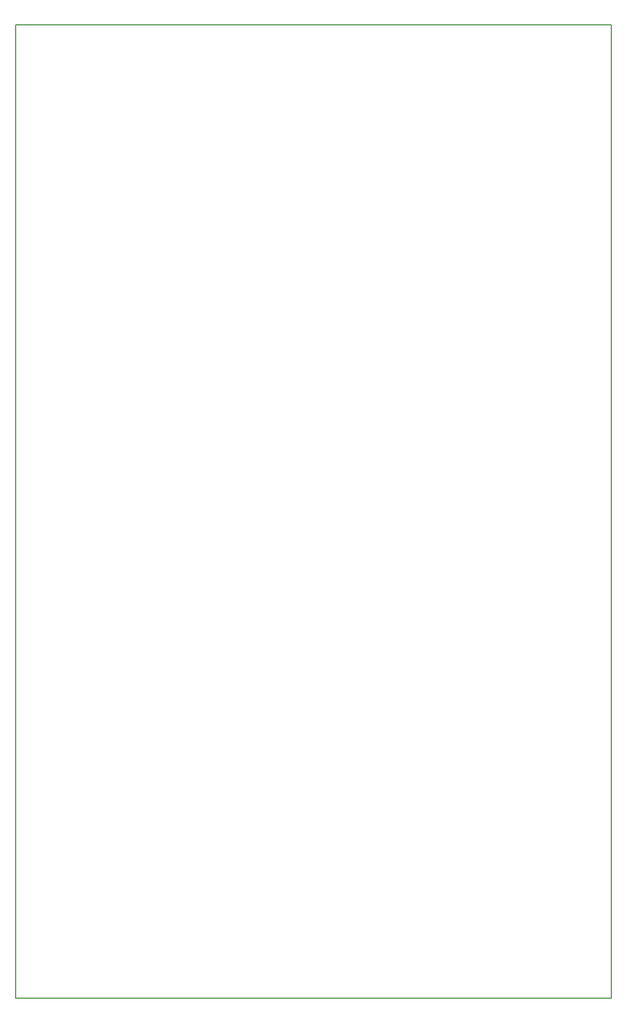
<source format=gbr>
G04 #@! TF.GenerationSoftware,KiCad,Pcbnew,5.0.2+dfsg1-1~bpo9+1*
G04 #@! TF.CreationDate,2019-07-30T16:59:57+07:00*
G04 #@! TF.ProjectId,edukate,6564756b-6174-4652-9e6b-696361645f70,rev?*
G04 #@! TF.SameCoordinates,Original*
G04 #@! TF.FileFunction,Profile,NP*
%FSLAX46Y46*%
G04 Gerber Fmt 4.6, Leading zero omitted, Abs format (unit mm)*
G04 Created by KiCad (PCBNEW 5.0.2+dfsg1-1~bpo9+1) date Tue 30 Jul 2019 04:59:57 PM +07*
%MOMM*%
%LPD*%
G01*
G04 APERTURE LIST*
%ADD10C,0.200000*%
G04 APERTURE END LIST*
D10*
X154440000Y-25910000D02*
X154440000Y-178620000D01*
X61040000Y-25910000D02*
X154440000Y-25910000D01*
X61040000Y-178620000D02*
X154440000Y-178620000D01*
X61040000Y-25910000D02*
X61040000Y-178620000D01*
M02*

</source>
